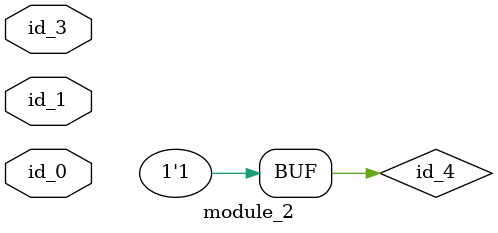
<source format=v>
module module_0;
  assign id_1[1] = 1;
  wire id_2 = id_2;
endmodule
module module_1 (
    id_1,
    id_2,
    id_3,
    id_4,
    id_5,
    id_6,
    id_7
);
  inout wire id_7;
  inout wire id_6;
  inout wire id_5;
  inout wire id_4;
  inout wire id_3;
  input wire id_2;
  inout wire id_1;
  module_0 modCall_1 ();
  wire id_8;
  wire id_9;
  wire id_10 = id_10;
  wire id_11;
endmodule
module module_2 (
    input wor  id_0,
    input wire id_1
    , id_3
);
  wor id_4;
  assign id_4 = (1);
  module_0 modCall_1 ();
  wire id_5;
endmodule

</source>
